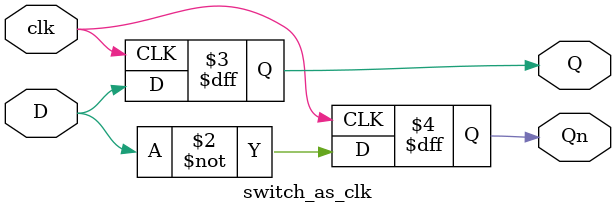
<source format=v>
`timescale 1ns / 1ps


module switch_as_clk(input clk, D, output reg Q, Qn);
    always @(posedge clk) begin
        Q  <= D;
        Qn <= ~D;
    end
endmodule

</source>
